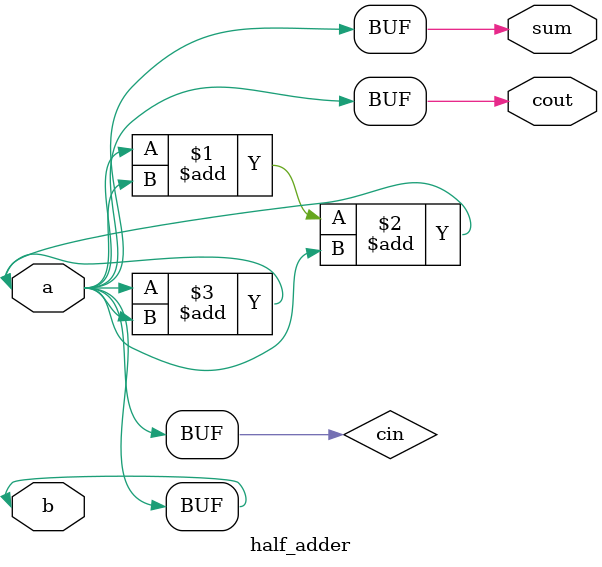
<source format=v>
module half_adder( 
input a, b,
output cout, sum );

wire cin, cout;

// The input is a 4-bit number.
assign a = cin;

// The output is a 4-bit number.
assign b = cin;

// The sum is a 4-bit number.
assign sum = cin;

// The carry-out is a 1-bit number.
assign cout = cin;

// The carry-in is a 1-bit number.
assign cin = cin;

// The four bits are added together and the sum and carry-out are added together.
assign sum = a + b + cout;

// The carry-out is added to the sum.
assign cout = sum + cin;

endmodule

</source>
